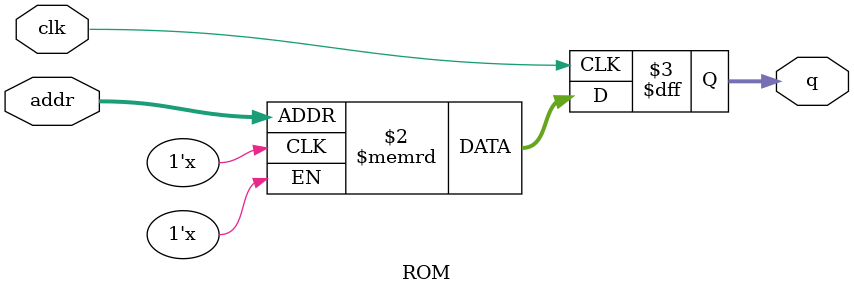
<source format=v>
module ROM (
    clk,
    addr,
    q
);
  input [3:0] addr;
  input clk;
  output reg [7:0] q;

  (* romstyle = "M9K" *) (* ram_init_file = "sin.mif" *) reg [7:0] rom[3:0];

  always @(posedge clk) begin
    q <= rom[addr];
  end

endmodule

</source>
